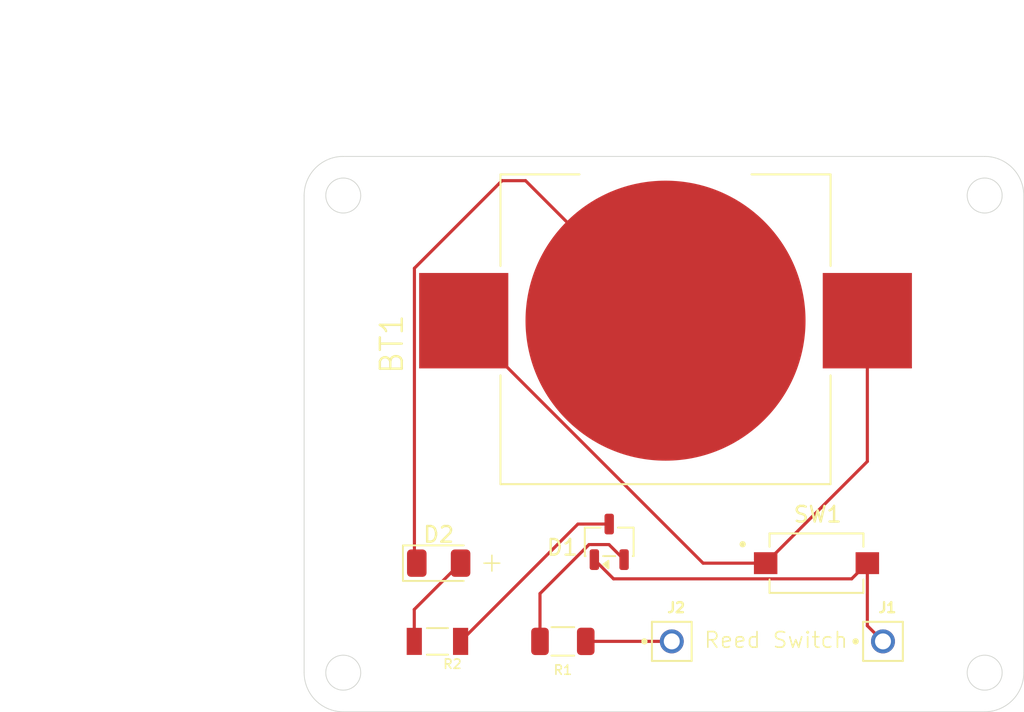
<source format=kicad_pcb>
(kicad_pcb (version 20241229) (generator "pcbnew") (generator_version "9.0")
  (layers (0 "F.Cu" signal) (2 "B.Cu" signal) (13 "F.Paste" user) (15 "B.Paste" user) (5 "F.SilkS" user "F.Silkscreen") (7 "B.SilkS" user "B.Silkscreen") (1 "F.Mask" user) (3 "B.Mask" user) (25 "Edge.Cuts" user))
  (net 0 "")
  (net 1 "GND")
  (net 2 "Net-(BT1-+)")
  (net 3 "Net-(D1-K)")
  (net 4 "Net-(D1-G)")
  (net 5 "Net-(D2-A)")
  (net 6 "REED_SW_POS")
  (net 7 "REED_SW_NEG")
  (footprint "LED_SMD:LED_1206_3216Metric" (layer "F.Cu") (at 61.1 62)
    (property "Reference" "D2" (at 0 -1.83 0) (layer "F.SilkS"))
    (property "Value" "LED")
    (fp_line (start -2.285 -1.135) (end -2.285 1.135) (stroke (width 0.12)) (layer "F.SilkS"))
    (fp_line (start -2.285 1.135) (end 1.6 1.135) (stroke (width 0.12)) (layer "F.SilkS"))
    (fp_line (start 1.6 -1.135) (end -2.285 -1.135) (stroke (width 0.12)) (layer "F.SilkS"))
    (pad "1" smd roundrect (at -1.4 0) (size 1.25 1.75) (layers "F.Cu" "F.Mask" "F.Paste") (roundrect_rratio 0.2) (net 1 "GND"))
    (pad "2" smd roundrect (at 1.4 0) (size 1.25 1.75) (layers "F.Cu" "F.Mask" "F.Paste") (roundrect_rratio 0.2) (net 5 "Net-(D2-A)"))
  )
  (footprint "PH1-01-UA:ADAM-TECH_PH1-01-UA" (layer "F.Cu") (at 76 67)
    (property "Reference" "J2" (at 0.282 -2.1564 0) (layer "F.SilkS") (effects (font (size 0.64 0.64))))
    (property "Value" "Conn_01x01_Pin" (hide yes))
    (fp_line (start -1.27 -1.25) (end -1.27 1.25) (stroke (width 0.127)) (layer "F.SilkS"))
    (fp_line (start -1.27 1.25) (end 1.27 1.25) (stroke (width 0.127)) (layer "F.SilkS"))
    (fp_line (start 1.27 -1.25) (end -1.27 -1.25) (stroke (width 0.127)) (layer "F.SilkS"))
    (fp_line (start 1.27 1.25) (end 1.27 -1.25) (stroke (width 0.127)) (layer "F.SilkS"))
    (fp_circle (center -1.75 0) (end -1.65 0) (stroke (width 0.2)) (fill no) (layer "F.SilkS"))
    (pad "1" thru_hole circle (at 0 0) (size 1.53 1.53) (drill 1.02) (layers "*.Cu" "*.Mask") (net 7 "REED_SW_NEG"))
  )
  (footprint "343-BAT-HLD-003-SMT-ND:BAT_BAT-HLD-003-SMT" (layer "F.Cu") (at 75.6 46.5 180)
    (property "Reference" "BT1" (at 17.5 -1.5 90) (layer "F.SilkS") (effects (font (size 1.4 1.4))))
    (property "Value" "Battery_Cell")
    (fp_line (start 10.55 9.35) (end 10.55 3.5) (stroke (width 0.127)) (layer "F.SilkS"))
    (fp_line (start 10.55 -10.45) (end 10.55 -3.5) (stroke (width 0.127)) (layer "F.SilkS"))
    (fp_line (start 5.5 9.35) (end 10.55 9.35) (stroke (width 0.127)) (layer "F.SilkS"))
    (fp_line (start -10.55 9.35) (end -5.5 9.35) (stroke (width 0.127)) (layer "F.SilkS"))
    (fp_line (start -10.55 3.5) (end -10.55 9.35) (stroke (width 0.127)) (layer "F.SilkS"))
    (fp_line (start -10.55 -3.5) (end -10.55 -10.45) (stroke (width 0.127)) (layer "F.SilkS"))
    (fp_line (start -10.55 -10.45) (end 10.55 -10.45) (stroke (width 0.127)) (layer "F.SilkS"))
    (pad "N" smd circle (at 0 0 180) (size 17.9 17.9) (layers "F.Cu" "F.Mask") (net 1 "GND"))
    (pad "P1" smd rect (at -12.9 0 180) (size 5.7 6.1) (layers "F.Cu" "F.Mask" "F.Paste") (net 2 "Net-(BT1-+)"))
    (pad "P1" smd rect (at 12.9 0 180) (size 5.7 6.1) (layers "F.Cu" "F.Mask" "F.Paste") (net 2 "Net-(BT1-+)"))
  )
  (footprint "343-BAT-HLD-003-SMT-ND:SW_TS10-63-26-BE-250-SMT-TR" (layer "F.Cu") (at 85.25 62)
    (property "Reference" "SW1" (at 0.075 -3.115 0) (layer "F.SilkS"))
    (property "Value" "SW_Push")
    (fp_line (start -3 -1.9) (end 3 -1.9) (stroke (width 0.127)) (layer "F.SilkS"))
    (fp_line (start -3 -1.05) (end -3 -1.9) (stroke (width 0.127)) (layer "F.SilkS"))
    (fp_line (start -3 1.05) (end -3 1.9) (stroke (width 0.127)) (layer "F.SilkS"))
    (fp_line (start -3 1.9) (end 3 1.9) (stroke (width 0.127)) (layer "F.SilkS"))
    (fp_line (start 3 -1.9) (end 3 -1.05) (stroke (width 0.127)) (layer "F.SilkS"))
    (fp_line (start 3 1.9) (end 3 1.05) (stroke (width 0.127)) (layer "F.SilkS"))
    (fp_circle (center -4.72 -1.21) (end -4.62 -1.21) (stroke (width 0.2)) (fill no) (layer "F.SilkS"))
    (pad "1" smd rect (at -3.25 0) (size 1.5 1.4) (layers "F.Cu" "F.Mask" "F.Paste") (net 2 "Net-(BT1-+)"))
    (pad "2" smd rect (at 3.25 0) (size 1.5 1.4) (layers "F.Cu" "F.Mask" "F.Paste") (net 6 "REED_SW_POS"))
  )
  (footprint "PH1-01-UA:ADAM-TECH_PH1-01-UA" (layer "F.Cu") (at 89.5 67)
    (property "Reference" "J1" (at 0.282 -2.1564 0) (layer "F.SilkS") (effects (font (size 0.64 0.64))))
    (property "Value" "Conn_01x01_Pin" (hide yes))
    (fp_line (start -1.27 -1.25) (end -1.27 1.25) (stroke (width 0.127)) (layer "F.SilkS"))
    (fp_line (start -1.27 1.25) (end 1.27 1.25) (stroke (width 0.127)) (layer "F.SilkS"))
    (fp_line (start 1.27 -1.25) (end -1.27 -1.25) (stroke (width 0.127)) (layer "F.SilkS"))
    (fp_line (start 1.27 1.25) (end 1.27 -1.25) (stroke (width 0.127)) (layer "F.SilkS"))
    (fp_circle (center -1.75 0) (end -1.65 0) (stroke (width 0.2)) (fill no) (layer "F.SilkS"))
    (pad "1" thru_hole circle (at 0 0) (size 1.53 1.53) (drill 1.02) (layers "*.Cu" "*.Mask") (net 6 "REED_SW_POS"))
  )
  (footprint "Package_TO_SOT_SMD:SOT-23-3" (layer "F.Cu") (at 72 60.6375 90)
    (property "Reference" "D1" (at -0.3625 -3 180) (layer "F.SilkS"))
    (property "Value" "Q_SCR_AGK")
    (fp_line (start 0.91 -1.56) (end 0.91 -0.56) (stroke (width 0.12)) (layer "F.SilkS"))
    (fp_line (start -0.91 -1.56) (end 0.91 -1.56) (stroke (width 0.12)) (layer "F.SilkS"))
    (fp_line (start -0.91 -1.51) (end -0.91 -1.56) (stroke (width 0.12)) (layer "F.SilkS"))
    (fp_line (start -0.91 0.39) (end -0.91 -0.39) (stroke (width 0.12)) (layer "F.SilkS"))
    (fp_line (start 0.91 0.56) (end 0.91 1.56) (stroke (width 0.12)) (layer "F.SilkS"))
    (fp_line (start 0.91 1.56) (end -0.91 1.56) (stroke (width 0.12)) (layer "F.SilkS"))
    (fp_line (start -0.91 1.56) (end -0.91 1.51) (stroke (width 0.12)) (layer "F.SilkS"))
    (fp_poly (pts (xy -1.45 -0.38) (xy -1.21 -0.05) (xy -1.69 -0.05)) (stroke (width 0.12)) (fill yes) (layer "F.SilkS"))
    (pad "1" smd roundrect (at -1.1375 -0.95 90) (size 1.325 0.6) (layers "F.Cu" "F.Mask" "F.Paste") (net 6 "REED_SW_POS"))
    (pad "2" smd roundrect (at -1.1375 0.95 90) (size 1.325 0.6) (layers "F.Cu" "F.Mask" "F.Paste") (net 4 "Net-(D1-G)"))
    (pad "3" smd roundrect (at 1.1375 0 90) (size 1.325 0.6) (layers "F.Cu" "F.Mask" "F.Paste") (net 3 "Net-(D1-K)"))
  )
  (footprint "343-BAT-HLD-003-SMT-ND:RESC3116X65N" (layer "F.Cu") (at 61.02 67 180)
    (property "Reference" "R2" (at -0.96 -1.45 0) (layer "F.SilkS") (effects (font (size 0.6 0.6) (thickness 0.098425))))
    (property "Value" "100")
    (fp_line (start -0.67 0.85) (end 0.67 0.85) (stroke (width 0.127)) (layer "F.SilkS"))
    (fp_line (start -0.67 -0.85) (end 0.67 -0.85) (stroke (width 0.127)) (layer "F.SilkS"))
    (pad "1" smd rect (at -1.48 0 180) (size 0.97 1.73) (layers "F.Cu" "F.Mask" "F.Paste") (net 3 "Net-(D1-K)"))
    (pad "2" smd rect (at 1.48 0 180) (size 0.97 1.73) (layers "F.Cu" "F.Mask" "F.Paste") (net 5 "Net-(D2-A)"))
  )
  (footprint "Resistor_SMD:R_1206_3216Metric" (layer "F.Cu") (at 69.0375 67 180)
    (property "Reference" "R1" (at 0 -1.83 0) (layer "F.SilkS") (effects (font (size 0.6 0.6) (thickness 0.098425))))
    (property "Value" "1k")
    (fp_line (start -0.727064 0.91) (end 0.727064 0.91) (stroke (width 0.12)) (layer "F.SilkS"))
    (fp_line (start -0.727064 -0.91) (end 0.727064 -0.91) (stroke (width 0.12)) (layer "F.SilkS"))
    (pad "1" smd roundrect (at -1.4625 0 180) (size 1.125 1.75) (layers "F.Cu" "F.Mask" "F.Paste") (roundrect_rratio 0.222222) (net 7 "REED_SW_NEG"))
    (pad "2" smd roundrect (at 1.4625 0 180) (size 1.125 1.75) (layers "F.Cu" "F.Mask" "F.Paste") (roundrect_rratio 0.222222) (net 4 "Net-(D1-G)"))
  )
  (gr_line (start 64 62) (end 65 62) (stroke (width 0.1)) (layer "F.SilkS"))
  (gr_line (start 64.5 61.5) (end 64.5 62.5) (stroke (width 0.1)) (layer "F.SilkS"))
  (gr_line (start 55 71.5) (end 96 71.5) (stroke (width 0.05)) (layer "Edge.Cuts"))
  (gr_line (start 98.5 69) (end 98.5 38.5) (stroke (width 0.05)) (layer "Edge.Cuts"))
  (gr_line (start 96 36) (end 55 36) (stroke (width 0.05)) (layer "Edge.Cuts"))
  (gr_line (start 52.5 38.5) (end 52.5 69) (stroke (width 0.05)) (layer "Edge.Cuts"))
  (gr_arc (start 96 36) (mid 97.767767 36.732233) (end 98.5 38.5) (stroke (width 0.05)) (layer "Edge.Cuts"))
  (gr_arc (start 52.5 38.5) (mid 53.232233 36.732233) (end 55 36) (stroke (width 0.05)) (layer "Edge.Cuts"))
  (gr_circle (center 55 38.5) (end 56 39) (stroke (width 0.05)) (fill no) (layer "Edge.Cuts"))
  (gr_arc (start 98.5 69) (mid 97.767767 70.767767) (end 96 71.5) (stroke (width 0.05)) (layer "Edge.Cuts"))
  (gr_arc (start 55 71.5) (mid 53.232233 70.767767) (end 52.5 69) (stroke (width 0.05)) (layer "Edge.Cuts"))
  (gr_circle (center 96 38.5) (end 97 38) (stroke (width 0.05)) (fill no) (layer "Edge.Cuts"))
  (gr_circle (center 96 69) (end 97 69.5) (stroke (width 0.05)) (fill no) (layer "Edge.Cuts"))
  (gr_circle (center 55 69) (end 56 69.5) (stroke (width 0.05)) (fill no) (layer "Edge.Cuts"))
  (gr_text "Reed Switch" (at 78 67.5 0) (layer "F.SilkS") (effects (font (size 1 1) (thickness 0.1)) (justify left bottom)))
  (segment (start 59.549 61.849) (end 59.549 43.149) (width 0.2) (layer "F.Cu") (net 1))
  (segment (start 65.148 37.55) (end 66.65 37.55) (width 0.2) (layer "F.Cu") (net 1))
  (segment (start 59.549 43.149) (end 65.148 37.55) (width 0.2) (layer "F.Cu") (net 1))
  (segment (start 59.7 62) (end 59.549 61.849) (width 0.2) (layer "F.Cu") (net 1))
  (segment (start 66.65 37.55) (end 75.6 46.5) (width 0.2) (layer "F.Cu") (net 1))
  (segment (start 75.6 46.5) (end 75.55 46.45) (width 0.2) (layer "F.Cu") (net 1))
  (segment (start 88.5 46.5) (end 88.5 55.5) (width 0.2) (layer "F.Cu") (net 2))
  (segment (start 78 62) (end 82 62) (width 0.2) (layer "F.Cu") (net 2))
  (segment (start 62.7 46.5) (end 62.7 46.7) (width 0.2) (layer "F.Cu") (net 2))
  (segment (start 62.7 46.7) (end 78 62) (width 0.2) (layer "F.Cu") (net 2))
  (segment (start 88.5 55.5) (end 82 62) (width 0.2) (layer "F.Cu") (net 2))
  (segment (start 70 59.5) (end 62.5 67) (width 0.2) (layer "F.Cu") (net 3))
  (segment (start 72 59.5) (end 70 59.5) (width 0.2) (layer "F.Cu") (net 3))
  (segment (start 71.9865 60.8115) (end 72.95 61.775) (width 0.2) (layer "F.Cu") (net 4))
  (segment (start 67.575 63.945532) (end 70.709032 60.8115) (width 0.2) (layer "F.Cu") (net 4))
  (segment (start 67.575 67) (end 67.575 63.945532) (width 0.2) (layer "F.Cu") (net 4))
  (segment (start 70.709032 60.8115) (end 71.9865 60.8115) (width 0.2) (layer "F.Cu") (net 4))
  (segment (start 59.54 64.96) (end 62.5 62) (width 0.2) (layer "F.Cu") (net 5))
  (segment (start 59.54 67) (end 59.54 64.96) (width 0.2) (layer "F.Cu") (net 5))
  (segment (start 72.276 63.001) (end 71.05 61.775) (width 0.2) (layer "F.Cu") (net 6))
  (segment (start 88.5 62) (end 88.5 66) (width 0.2) (layer "F.Cu") (net 6))
  (segment (start 88.5 66) (end 89.5 67) (width 0.2) (layer "F.Cu") (net 6))
  (segment (start 88.5 62) (end 87.499 63.001) (width 0.2) (layer "F.Cu") (net 6))
  (segment (start 87.499 63.001) (end 72.276 63.001) (width 0.2) (layer "F.Cu") (net 6))
  (segment (start 76 67) (end 70.5 67) (width 0.2) (layer "F.Cu") (net 7))
)
</source>
